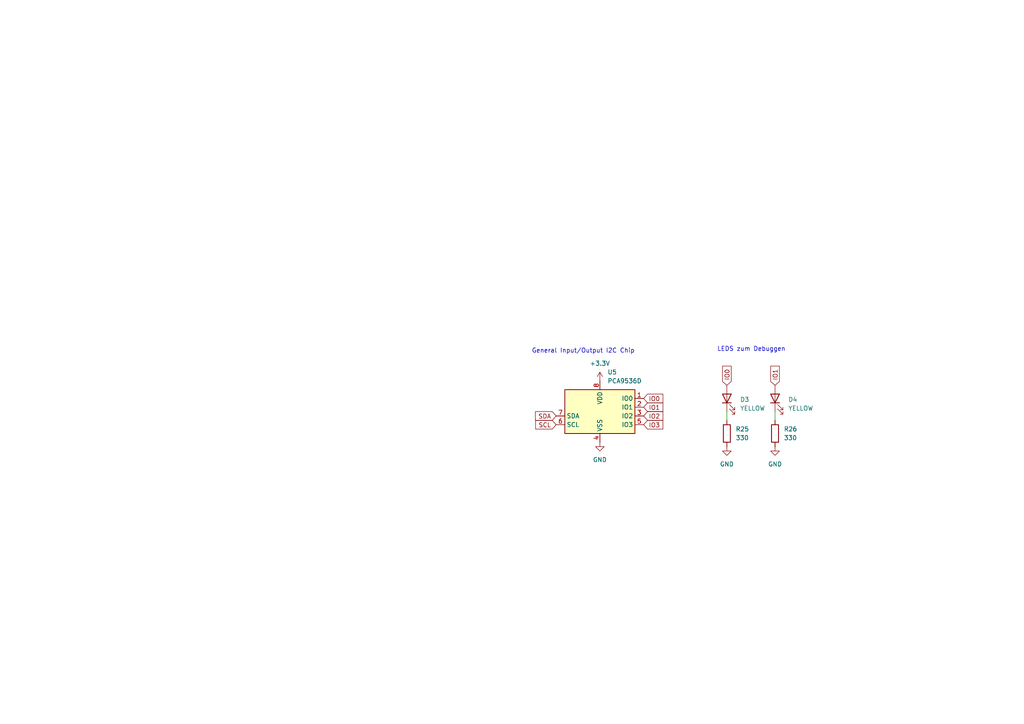
<source format=kicad_sch>
(kicad_sch (version 20231120) (generator "eeschema") (generator_version "8.0")
  (paper "A4")
  (lib_symbols
    (symbol "Device:LED" (pin_numbers hide) (pin_names (offset 1.016) hide)
      (property "Reference" "D" (at 0 2.54 0))
      (property "Value" "LED" (at 0 -2.54 0))
      (symbol "LED_0_1"
        (polyline (pts (xy -1.27 -1.27) (xy -1.27 1.27)) (stroke (width 0.254)))
        (polyline (pts (xy -1.27 0) (xy 1.27 0)))
        (polyline (pts (xy 1.27 -1.27) (xy 1.27 1.27) (xy -1.27 0) (xy 1.27 -1.27)) (stroke (width 0.254)))
        (polyline (pts (xy -3.048 -0.762) (xy -4.572 -2.286) (xy -3.81 -2.286) (xy -4.572 -2.286) (xy -4.572 -1.524)))
        (polyline (pts (xy -1.778 -0.762) (xy -3.302 -2.286) (xy -2.54 -2.286) (xy -3.302 -2.286) (xy -3.302 -1.524)))
      )
      (symbol "LED_1_1"
        (pin passive line (at -3.81 0 0) (length 2.54) (name "K") (number "1"))
        (pin passive line (at 3.81 0 180) (length 2.54) (name "A") (number "2"))
      )
    )
    (symbol "Device:R" (pin_numbers hide) (pin_names (offset 0))
      (property "Reference" "R" (at 2.032 0 90))
      (property "Value" "R" (at 0 0 90))
      (symbol "R_0_1"
        (rectangle (start -1.016 -2.54) (end 1.016 2.54) (stroke (width 0.254)))
      )
      (symbol "R_1_1"
        (pin passive line (at 0 3.81 270) (length 1.27) (name "~") (number "1"))
        (pin passive line (at 0 -3.81 90) (length 1.27) (name "~") (number "2"))
      )
    )
    (symbol "Interface_Expansion:PCA9536D"
      (property "Reference" "U" (at -8.89 6.35 0))
      (property "Value" "PCA9536D" (at 6.35 6.35 0))
      (symbol "PCA9536D_0_1"
        (rectangle (start -10.16 5.08) (end 10.16 -7.62) (stroke (width 0.254)) (fill (type background)))
      )
      (symbol "PCA9536D_1_1"
        (pin bidirectional line (at 12.7 2.54 180) (length 2.54) (name "IO0") (number "1"))
        (pin bidirectional line (at 12.7 0 180) (length 2.54) (name "IO1") (number "2"))
        (pin bidirectional line (at 12.7 -2.54 180) (length 2.54) (name "IO2") (number "3"))
        (pin power_in line (at 0 -10.16 90) (length 2.54) (name "VSS") (number "4"))
        (pin bidirectional line (at 12.7 -5.08 180) (length 2.54) (name "IO3") (number "5"))
        (pin input line (at -12.7 -5.08 0) (length 2.54) (name "SCL") (number "6"))
        (pin bidirectional line (at -12.7 -2.54 0) (length 2.54) (name "SDA") (number "7"))
        (pin power_in line (at 0 7.62 270) (length 2.54) (name "VDD") (number "8"))
      )
    )
    (symbol "power:+3.3V" (power) (pin_numbers hide) (pin_names (offset 0) hide)
      (property "Value" "+3.3V" (at 0 3.556 0))
      (symbol "+3.3V_0_1"
        (polyline (pts (xy -0.762 1.27) (xy 0 2.54)))
        (polyline (pts (xy 0 0) (xy 0 2.54)))
        (polyline (pts (xy 0 2.54) (xy 0.762 1.27)))
      )
      (symbol "+3.3V_1_1"
        (pin power_in line (at 0 0 90) (length 0) (name "~") (number "1"))
      )
    )
    (symbol "power:GND" (power) (pin_numbers hide) (pin_names (offset 0) hide)
      (property "Value" "GND" (at 0 -3.81 0))
      (symbol "GND_0_1"
        (polyline (pts (xy 0 0) (xy 0 -1.27) (xy 1.27 -1.27) (xy 0 -2.54) (xy -1.27 -1.27) (xy 0 -1.27)))
      )
      (symbol "GND_1_1"
        (pin power_in line (at 0 0 270) (length 0) (name "~") (number "1"))
      )
    )
  )
  (wire (pts (xy 210.82 119.38) (xy 210.82 121.92)))
  (wire (pts (xy 224.79 119.38) (xy 224.79 121.92)))
  (text "General Input/Output I2C Chip\n" (at 169.164 101.854 0) (effects (font (size 1.27 1.27))))
  (text "LEDS zum Debuggen" (at 217.932 101.346 0) (effects (font (size 1.27 1.27))))
  (global_label "SDA" (shape input) (at 161.29 120.65 180) (property "Intersheetrefs" "${INTERSHEET_REFS}" (effects (hide yes))))
  (global_label "SCL" (shape input) (at 161.29 123.19 180) (property "Intersheetrefs" "${INTERSHEET_REFS}" (effects (hide yes))))
  (global_label "IO0" (shape input) (at 210.82 111.76 90) (property "Intersheetrefs" "${INTERSHEET_REFS}" (effects (hide yes))))
  (global_label "IO1" (shape input) (at 224.79 111.76 90) (property "Intersheetrefs" "${INTERSHEET_REFS}" (effects (hide yes))))
  (global_label "IO1" (shape input) (at 186.69 118.11 0) (property "Intersheetrefs" "${INTERSHEET_REFS}" (effects (hide yes))))
  (global_label "IO3" (shape input) (at 186.69 123.19 0) (property "Intersheetrefs" "${INTERSHEET_REFS}" (effects (hide yes))))
  (global_label "IO2" (shape input) (at 186.69 120.65 0) (property "Intersheetrefs" "${INTERSHEET_REFS}" (effects (hide yes))))
  (global_label "IO0" (shape input) (at 186.69 115.57 0) (property "Intersheetrefs" "${INTERSHEET_REFS}" (effects (hide yes))))
  (symbol (lib_id "Device:LED") (at 210.82 115.57 90) (unit 1)
    (property "Reference" "D3" (at 214.63 115.8874 90) (effects (justify right)))
    (property "Value" "YELLOW" (at 214.63 118.4274 90) (effects (justify right)))
    (property "Footprint" "LED_SMD:LED_0805_2012Metric" (effects (hide yes)))
    (property "Description" "Light emitting diode" (effects (hide yes)))
  )
  (symbol (lib_id "Device:R") (at 210.82 125.73 0) (unit 1)
    (property "Reference" "R25" (at 213.36 124.4599 0) (effects (justify left)))
    (property "Value" "330" (at 213.36 126.9999 0) (effects (justify left)))
    (property "Footprint" "Resistor_SMD:R_0402_1005Metric" (effects (hide yes)))
    (property "Description" "Resistor" (effects (hide yes)))
  )
  (symbol (lib_id "Device:R") (at 224.79 125.73 0) (unit 1)
    (property "Reference" "R26" (at 227.33 124.4599 0) (effects (justify left)))
    (property "Value" "330" (at 227.33 126.9999 0) (effects (justify left)))
    (property "Footprint" "Resistor_SMD:R_0402_1005Metric" (effects (hide yes)))
    (property "Description" "Resistor" (effects (hide yes)))
  )
  (symbol (lib_id "Interface_Expansion:PCA9536D") (at 173.99 118.11 0) (unit 1)
    (property "Reference" "U5" (at 176.1841 107.95 0) (effects (justify left)))
    (property "Value" "PCA9536D" (at 176.1841 110.49 0) (effects (justify left)))
    (property "Footprint" "Package_SO:SOIC-8_3.9x4.9mm_P1.27mm" (effects (hide yes)))
    (property "Datasheet" "http://www.nxp.com/documents/data_sheet/PCA9536.pdf" (effects (hide yes)))
    (property "Description" "4-bit I2C-bus and SMBus IO port, SOIC-8" (effects (hide yes)))
  )
  (symbol (lib_id "power:+3.3V") (at 173.99 110.49 0) (unit 1)
    (property "Reference" "#PWR051" (effects (hide yes)))
    (property "Value" "+3.3V" (at 173.99 105.41 0))
    (property "Description" "Power symbol creates a global label with name \"+3.3V\"" (effects (hide yes)))
  )
  (symbol (lib_id "power:GND") (at 173.99 128.27 0) (unit 1)
    (property "Reference" "#PWR052" (effects (hide yes)))
    (property "Value" "GND" (at 173.99 133.35 0))
    (property "Description" "Power symbol creates a global label with name \"GND\" , ground" (effects (hide yes)))
  )
  (symbol (lib_id "Device:LED") (at 224.79 115.57 90) (unit 1)
    (property "Reference" "D4" (at 228.6 115.8874 90) (effects (justify right)))
    (property "Value" "YELLOW" (at 228.6 118.4274 90) (effects (justify right)))
    (property "Footprint" "LED_SMD:LED_0805_2012Metric" (effects (hide yes)))
    (property "Description" "Light emitting diode" (effects (hide yes)))
  )
  (symbol (lib_id "power:GND") (at 210.82 129.54 0) (unit 1)
    (property "Reference" "#PWR056" (effects (hide yes)))
    (property "Value" "GND" (at 210.82 134.62 0))
    (property "Description" "Power symbol creates a global label with name \"GND\" , ground" (effects (hide yes)))
  )
  (symbol (lib_id "power:GND") (at 224.79 129.54 0) (unit 1)
    (property "Reference" "#PWR057" (effects (hide yes)))
    (property "Value" "GND" (at 224.79 134.62 0))
    (property "Description" "Power symbol creates a global label with name \"GND\" , ground" (effects (hide yes)))
  )
)
</source>
